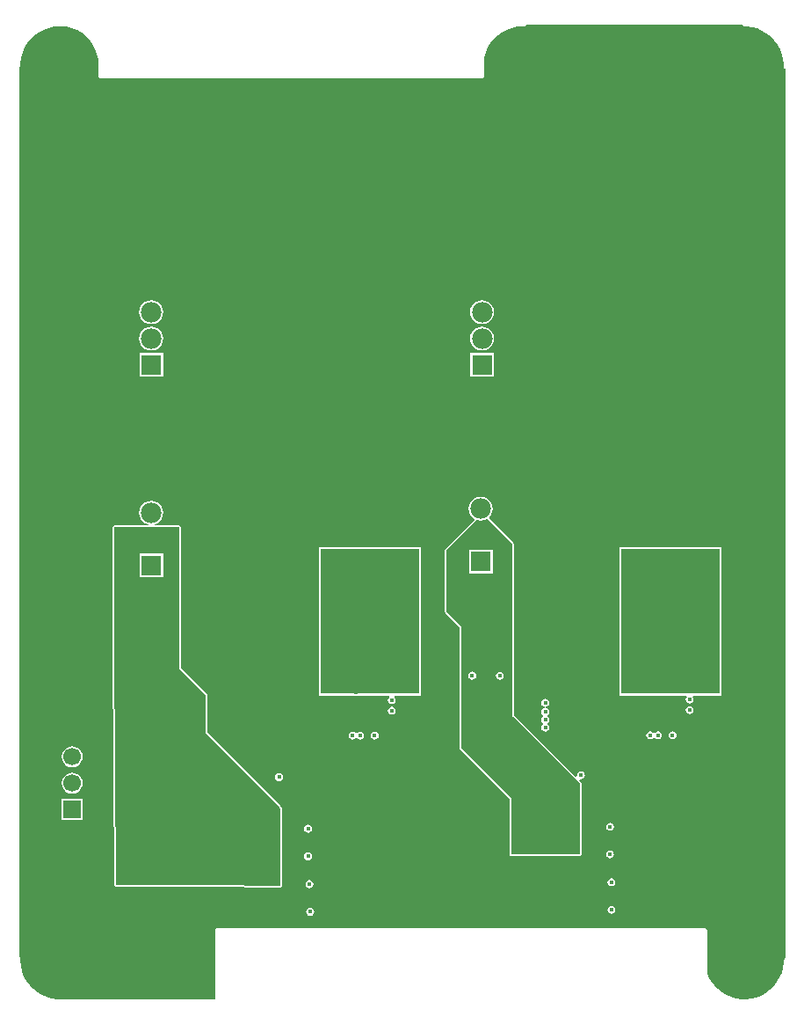
<source format=gbl>
G04*
G04 #@! TF.GenerationSoftware,Altium Limited,Altium Designer,20.0.12 (288)*
G04*
G04 Layer_Physical_Order=4*
G04 Layer_Color=16711680*
%FSLAX25Y25*%
%MOIN*%
G70*
G01*
G75*
%ADD53C,0.25591*%
%ADD54R,0.07795X0.07795*%
%ADD55C,0.07795*%
%ADD56R,0.06693X0.06693*%
%ADD57C,0.06693*%
%ADD58C,0.01772*%
%ADD59C,0.01968*%
%ADD60R,0.37500X0.55000*%
G36*
X274217Y369900D02*
X274308Y369680D01*
X274392Y369457D01*
X274402Y369452D01*
X274407Y369441D01*
X274627Y369350D01*
X274844Y369251D01*
X275859Y369217D01*
X277860Y368947D01*
X279796Y368414D01*
X281643Y367627D01*
X283368Y366600D01*
X284940Y365351D01*
X286331Y363903D01*
X287515Y362281D01*
X288472Y360516D01*
X289183Y358639D01*
X289637Y356683D01*
X289820Y354747D01*
Y353653D01*
X289914Y353425D01*
X290007Y353197D01*
X290009Y353196D01*
X290010Y353194D01*
X290238Y353099D01*
X290464Y353003D01*
X290487Y352541D01*
Y16090D01*
X290280Y16012D01*
X290275Y16001D01*
X290265Y15997D01*
X290173Y15777D01*
X290075Y15560D01*
X290041Y14545D01*
X289770Y12544D01*
X289238Y10608D01*
X288451Y8761D01*
X287423Y7036D01*
X286174Y5464D01*
X284726Y4073D01*
X283105Y2889D01*
X281339Y1932D01*
X279462Y1220D01*
X277506Y766D01*
X275571Y584D01*
X274476D01*
X274440Y569D01*
X273994Y584D01*
X271993Y855D01*
X270057Y1387D01*
X268210Y2175D01*
X266485Y3202D01*
X264913Y4451D01*
X263522Y5899D01*
X262338Y7520D01*
X261381Y9286D01*
X260816Y10777D01*
Y26855D01*
X260625Y27314D01*
X260166Y27505D01*
X74866Y27505D01*
X74407Y27314D01*
X74217Y26855D01*
Y402D01*
X15603D01*
X15543Y427D01*
X15326Y525D01*
X14311Y559D01*
X12310Y830D01*
X10374Y1362D01*
X8527Y2149D01*
X6802Y3177D01*
X5230Y4426D01*
X3839Y5874D01*
X2655Y7495D01*
X1698Y9261D01*
X987Y11138D01*
X533Y13094D01*
X350Y15029D01*
Y16124D01*
X255Y16353D01*
X163Y16580D01*
X161Y16581D01*
X160Y16583D01*
X-68Y16678D01*
X-113Y16697D01*
Y353698D01*
X-13Y353739D01*
X210Y353823D01*
X215Y353834D01*
X225Y353838D01*
X317Y354058D01*
X415Y354275D01*
X449Y355290D01*
X720Y357291D01*
X1252Y359227D01*
X2039Y361074D01*
X3067Y362799D01*
X4316Y364371D01*
X5764Y365762D01*
X7385Y366946D01*
X9150Y367903D01*
X11028Y368615D01*
X12984Y369069D01*
X14919Y369251D01*
X16014D01*
X16145Y369305D01*
X18057Y369047D01*
X19993Y368514D01*
X21840Y367727D01*
X23565Y366699D01*
X25137Y365450D01*
X26528Y364002D01*
X27712Y362381D01*
X28669Y360616D01*
X29381Y358738D01*
X29835Y356782D01*
X29917Y355910D01*
Y350174D01*
X30107Y349715D01*
X30566Y349525D01*
X175518D01*
X175977Y349715D01*
X176168Y350174D01*
Y355426D01*
X176420Y357291D01*
X176952Y359227D01*
X177739Y361074D01*
X178767Y362799D01*
X180016Y364371D01*
X181464Y365762D01*
X183085Y366946D01*
X184851Y367903D01*
X186728Y368615D01*
X188684Y369069D01*
X190619Y369251D01*
X191714D01*
X191942Y369345D01*
X192170Y369438D01*
X192171Y369440D01*
X192173Y369441D01*
X192267Y369669D01*
X192363Y369896D01*
X192825Y369934D01*
X273755Y369990D01*
X274217Y369900D01*
D02*
G37*
%LPC*%
G36*
X175487Y265438D02*
X174312Y265283D01*
X173218Y264830D01*
X172279Y264109D01*
X171558Y263170D01*
X171105Y262076D01*
X170950Y260902D01*
X171105Y259728D01*
X171558Y258633D01*
X172279Y257694D01*
X173218Y256973D01*
X174312Y256520D01*
X175487Y256365D01*
X176661Y256520D01*
X177755Y256973D01*
X178694Y257694D01*
X179415Y258633D01*
X179868Y259728D01*
X180023Y260902D01*
X179868Y262076D01*
X179415Y263170D01*
X178694Y264109D01*
X177755Y264830D01*
X176661Y265283D01*
X175487Y265438D01*
D02*
G37*
G36*
X49987D02*
X48812Y265283D01*
X47718Y264830D01*
X46779Y264109D01*
X46058Y263170D01*
X45605Y262076D01*
X45450Y260902D01*
X45605Y259728D01*
X46058Y258633D01*
X46779Y257694D01*
X47718Y256973D01*
X48812Y256520D01*
X49987Y256365D01*
X51161Y256520D01*
X52255Y256973D01*
X53194Y257694D01*
X53915Y258633D01*
X54369Y259728D01*
X54523Y260902D01*
X54369Y262076D01*
X53915Y263170D01*
X53194Y264109D01*
X52255Y264830D01*
X51161Y265283D01*
X49987Y265438D01*
D02*
G37*
G36*
X175487Y255438D02*
X174312Y255283D01*
X173218Y254830D01*
X172279Y254109D01*
X171558Y253170D01*
X171105Y252076D01*
X170950Y250902D01*
X171105Y249728D01*
X171558Y248633D01*
X172279Y247694D01*
X173218Y246973D01*
X174312Y246520D01*
X175487Y246365D01*
X176661Y246520D01*
X177755Y246973D01*
X178694Y247694D01*
X179415Y248633D01*
X179868Y249728D01*
X180023Y250902D01*
X179868Y252076D01*
X179415Y253170D01*
X178694Y254109D01*
X177755Y254830D01*
X176661Y255283D01*
X175487Y255438D01*
D02*
G37*
G36*
X49987D02*
X48812Y255283D01*
X47718Y254830D01*
X46779Y254109D01*
X46058Y253170D01*
X45605Y252076D01*
X45450Y250902D01*
X45605Y249728D01*
X46058Y248633D01*
X46779Y247694D01*
X47718Y246973D01*
X48812Y246520D01*
X49987Y246365D01*
X51161Y246520D01*
X52255Y246973D01*
X53194Y247694D01*
X53915Y248633D01*
X54369Y249728D01*
X54523Y250902D01*
X54369Y252076D01*
X53915Y253170D01*
X53194Y254109D01*
X52255Y254830D01*
X51161Y255283D01*
X49987Y255438D01*
D02*
G37*
G36*
X179984Y245399D02*
X170989D01*
Y236404D01*
X179984D01*
Y245399D01*
D02*
G37*
G36*
X54484D02*
X45489D01*
Y236404D01*
X54484D01*
Y245399D01*
D02*
G37*
G36*
X266187Y171769D02*
X227487D01*
Y115569D01*
X236158D01*
X236601Y115481D01*
X237044Y115569D01*
X241866D01*
X242309Y115481D01*
X242753Y115569D01*
X252902D01*
X253019Y115398D01*
X253123Y115069D01*
X252855Y114668D01*
X252740Y114088D01*
X252855Y113508D01*
X253183Y113017D01*
X253675Y112689D01*
X254255Y112573D01*
X254834Y112689D01*
X255326Y113017D01*
X255654Y113508D01*
X255769Y114088D01*
X255654Y114668D01*
X255386Y115069D01*
X255490Y115398D01*
X255607Y115569D01*
X266187D01*
Y171769D01*
D02*
G37*
G36*
X152309D02*
X113609D01*
Y115569D01*
X126870D01*
X126994Y115486D01*
X127574Y115371D01*
X128154Y115486D01*
X128278Y115569D01*
X140173D01*
X140324Y115069D01*
X140180Y114973D01*
X139851Y114481D01*
X139736Y113902D01*
X139851Y113322D01*
X140180Y112830D01*
X140671Y112502D01*
X141251Y112387D01*
X141831Y112502D01*
X142322Y112830D01*
X142651Y113322D01*
X142766Y113902D01*
X142651Y114481D01*
X142322Y114973D01*
X142178Y115069D01*
X142330Y115569D01*
X152309D01*
Y171769D01*
D02*
G37*
G36*
X254255Y111603D02*
X253675Y111488D01*
X253183Y111159D01*
X252855Y110668D01*
X252740Y110088D01*
X252855Y109508D01*
X253183Y109017D01*
X253675Y108688D01*
X254255Y108573D01*
X254834Y108688D01*
X255326Y109017D01*
X255654Y109508D01*
X255769Y110088D01*
X255654Y110668D01*
X255326Y111159D01*
X254834Y111488D01*
X254255Y111603D01*
D02*
G37*
G36*
X141251Y111416D02*
X140671Y111301D01*
X140180Y110973D01*
X139851Y110481D01*
X139736Y109902D01*
X139851Y109322D01*
X140180Y108830D01*
X140671Y108502D01*
X141251Y108387D01*
X141831Y108502D01*
X142322Y108830D01*
X142651Y109322D01*
X142766Y109902D01*
X142651Y110481D01*
X142322Y110973D01*
X141831Y111301D01*
X141251Y111416D01*
D02*
G37*
G36*
X199487Y114417D02*
X198907Y114301D01*
X198415Y113973D01*
X198087Y113481D01*
X197972Y112902D01*
X198087Y112322D01*
X198415Y111830D01*
X198907Y111502D01*
X199387Y111407D01*
Y110897D01*
X198907Y110801D01*
X198415Y110473D01*
X198087Y109981D01*
X197972Y109402D01*
X198087Y108822D01*
X198415Y108330D01*
X198607Y108202D01*
Y107601D01*
X198415Y107473D01*
X198087Y106981D01*
X197972Y106402D01*
X198087Y105822D01*
X198415Y105330D01*
X198607Y105202D01*
Y104601D01*
X198415Y104473D01*
X198087Y103981D01*
X197972Y103402D01*
X198087Y102822D01*
X198415Y102330D01*
X198907Y102002D01*
X199487Y101887D01*
X200066Y102002D01*
X200558Y102330D01*
X200886Y102822D01*
X201002Y103402D01*
X200886Y103981D01*
X200558Y104473D01*
X200366Y104601D01*
Y105202D01*
X200558Y105330D01*
X200886Y105822D01*
X201002Y106402D01*
X200886Y106981D01*
X200558Y107473D01*
X200366Y107601D01*
Y108202D01*
X200558Y108330D01*
X200886Y108822D01*
X201002Y109402D01*
X200886Y109981D01*
X200558Y110473D01*
X200066Y110801D01*
X199586Y110897D01*
Y111407D01*
X200066Y111502D01*
X200558Y111830D01*
X200886Y112322D01*
X201002Y112902D01*
X200886Y113481D01*
X200558Y113973D01*
X200066Y114301D01*
X199487Y114417D01*
D02*
G37*
G36*
X242254Y102103D02*
X241675Y101988D01*
X241183Y101659D01*
X241064Y101481D01*
X240463D01*
X240344Y101659D01*
X239852Y101988D01*
X239272Y102103D01*
X238693Y101988D01*
X238201Y101659D01*
X237873Y101168D01*
X237757Y100588D01*
X237873Y100008D01*
X238201Y99517D01*
X238693Y99189D01*
X239272Y99073D01*
X239852Y99189D01*
X240344Y99517D01*
X240463Y99695D01*
X241064D01*
X241183Y99517D01*
X241675Y99189D01*
X242254Y99073D01*
X242834Y99189D01*
X243326Y99517D01*
X243654Y100008D01*
X243769Y100588D01*
X243654Y101168D01*
X243326Y101659D01*
X242834Y101988D01*
X242254Y102103D01*
D02*
G37*
G36*
X129251Y101917D02*
X128671Y101801D01*
X128180Y101473D01*
X128130Y101398D01*
X127528D01*
X127478Y101473D01*
X126987Y101801D01*
X126407Y101917D01*
X125827Y101801D01*
X125336Y101473D01*
X125007Y100981D01*
X124892Y100402D01*
X125007Y99822D01*
X125336Y99330D01*
X125827Y99002D01*
X126407Y98887D01*
X126987Y99002D01*
X127478Y99330D01*
X127528Y99405D01*
X128130D01*
X128180Y99330D01*
X128671Y99002D01*
X129251Y98887D01*
X129831Y99002D01*
X130322Y99330D01*
X130651Y99822D01*
X130766Y100402D01*
X130651Y100981D01*
X130322Y101473D01*
X129831Y101801D01*
X129251Y101917D01*
D02*
G37*
G36*
X247755Y102103D02*
X247175Y101988D01*
X246683Y101659D01*
X246355Y101168D01*
X246240Y100588D01*
X246355Y100008D01*
X246683Y99517D01*
X247175Y99189D01*
X247755Y99073D01*
X248334Y99189D01*
X248826Y99517D01*
X249154Y100008D01*
X249269Y100588D01*
X249154Y101168D01*
X248826Y101659D01*
X248334Y101988D01*
X247755Y102103D01*
D02*
G37*
G36*
X134751Y101917D02*
X134171Y101801D01*
X133680Y101473D01*
X133352Y100981D01*
X133236Y100402D01*
X133352Y99822D01*
X133680Y99330D01*
X134171Y99002D01*
X134751Y98887D01*
X135331Y99002D01*
X135822Y99330D01*
X136151Y99822D01*
X136266Y100402D01*
X136151Y100981D01*
X135822Y101473D01*
X135331Y101801D01*
X134751Y101917D01*
D02*
G37*
G36*
X19987Y96382D02*
X18956Y96246D01*
X17996Y95849D01*
X17172Y95216D01*
X16539Y94392D01*
X16142Y93432D01*
X16006Y92402D01*
X16142Y91371D01*
X16539Y90411D01*
X17172Y89587D01*
X17996Y88954D01*
X18956Y88557D01*
X19987Y88421D01*
X21017Y88557D01*
X21977Y88954D01*
X22801Y89587D01*
X23434Y90411D01*
X23832Y91371D01*
X23967Y92402D01*
X23832Y93432D01*
X23434Y94392D01*
X22801Y95216D01*
X21977Y95849D01*
X21017Y96246D01*
X19987Y96382D01*
D02*
G37*
G36*
X174987Y190938D02*
X173812Y190783D01*
X172718Y190330D01*
X171779Y189609D01*
X171058Y188670D01*
X170605Y187576D01*
X170450Y186402D01*
X170605Y185228D01*
X171058Y184133D01*
X171779Y183194D01*
X172406Y182713D01*
X172463Y182063D01*
X161528Y171127D01*
X161337Y170668D01*
X161337Y147402D01*
X161527Y146942D01*
X166837Y141633D01*
Y95902D01*
X167027Y95442D01*
X185837Y76633D01*
Y55402D01*
X186027Y54942D01*
X186487Y54752D01*
X212487D01*
X212946Y54942D01*
X213136Y55402D01*
Y82402D01*
X212946Y82861D01*
X212399Y83407D01*
X212416Y83507D01*
X212984Y83900D01*
X213050Y83887D01*
X213629Y84002D01*
X214121Y84330D01*
X214449Y84822D01*
X214565Y85402D01*
X214449Y85981D01*
X214121Y86473D01*
X213629Y86801D01*
X213050Y86917D01*
X212470Y86801D01*
X211978Y86473D01*
X211650Y85981D01*
X211535Y85402D01*
X211548Y85336D01*
X211155Y84768D01*
X211055Y84751D01*
X187636Y108171D01*
X187636Y173142D01*
X187446Y173601D01*
X178173Y182873D01*
X178194Y183194D01*
X178915Y184133D01*
X179368Y185228D01*
X179523Y186402D01*
X179368Y187576D01*
X178915Y188670D01*
X178194Y189609D01*
X177255Y190330D01*
X176161Y190783D01*
X174987Y190938D01*
D02*
G37*
G36*
X98487Y86181D02*
X97907Y86066D01*
X97415Y85737D01*
X97087Y85246D01*
X96972Y84666D01*
X97087Y84086D01*
X97415Y83595D01*
X97907Y83266D01*
X98487Y83151D01*
X99066Y83266D01*
X99558Y83595D01*
X99886Y84086D01*
X100002Y84666D01*
X99886Y85246D01*
X99558Y85737D01*
X99066Y86066D01*
X98487Y86181D01*
D02*
G37*
G36*
X19987Y86382D02*
X18956Y86247D01*
X17996Y85849D01*
X17172Y85216D01*
X16539Y84392D01*
X16142Y83432D01*
X16006Y82402D01*
X16142Y81371D01*
X16539Y80411D01*
X17172Y79587D01*
X17996Y78954D01*
X18956Y78557D01*
X19987Y78421D01*
X21017Y78557D01*
X21977Y78954D01*
X22801Y79587D01*
X23434Y80411D01*
X23832Y81371D01*
X23967Y82402D01*
X23832Y83432D01*
X23434Y84392D01*
X22801Y85216D01*
X21977Y85849D01*
X21017Y86247D01*
X19987Y86382D01*
D02*
G37*
G36*
X23933Y76348D02*
X16040D01*
Y68455D01*
X23933D01*
Y76348D01*
D02*
G37*
G36*
X224050Y67417D02*
X223470Y67301D01*
X222978Y66973D01*
X222650Y66481D01*
X222535Y65902D01*
X222650Y65322D01*
X222978Y64830D01*
X223470Y64502D01*
X224050Y64387D01*
X224629Y64502D01*
X225121Y64830D01*
X225449Y65322D01*
X225565Y65902D01*
X225449Y66481D01*
X225121Y66973D01*
X224629Y67301D01*
X224050Y67417D01*
D02*
G37*
G36*
X109487Y66681D02*
X108907Y66566D01*
X108415Y66237D01*
X108087Y65746D01*
X107972Y65166D01*
X108087Y64586D01*
X108415Y64095D01*
X108907Y63766D01*
X109487Y63651D01*
X110066Y63766D01*
X110558Y64095D01*
X110886Y64586D01*
X111002Y65166D01*
X110886Y65746D01*
X110558Y66237D01*
X110066Y66566D01*
X109487Y66681D01*
D02*
G37*
G36*
X224050Y56916D02*
X223470Y56801D01*
X222978Y56473D01*
X222650Y55981D01*
X222535Y55402D01*
X222650Y54822D01*
X222978Y54330D01*
X223470Y54002D01*
X224050Y53887D01*
X224629Y54002D01*
X225121Y54330D01*
X225449Y54822D01*
X225565Y55402D01*
X225449Y55981D01*
X225121Y56473D01*
X224629Y56801D01*
X224050Y56916D01*
D02*
G37*
G36*
X109487Y56181D02*
X108907Y56066D01*
X108415Y55737D01*
X108087Y55246D01*
X107972Y54666D01*
X108087Y54086D01*
X108415Y53595D01*
X108907Y53266D01*
X109487Y53151D01*
X110066Y53266D01*
X110558Y53595D01*
X110886Y54086D01*
X111002Y54666D01*
X110886Y55246D01*
X110558Y55737D01*
X110066Y56066D01*
X109487Y56181D01*
D02*
G37*
G36*
X224550Y46417D02*
X223970Y46301D01*
X223478Y45973D01*
X223150Y45481D01*
X223035Y44902D01*
X223150Y44322D01*
X223478Y43830D01*
X223970Y43502D01*
X224550Y43387D01*
X225129Y43502D01*
X225621Y43830D01*
X225949Y44322D01*
X226065Y44902D01*
X225949Y45481D01*
X225621Y45973D01*
X225129Y46301D01*
X224550Y46417D01*
D02*
G37*
G36*
X49987Y189438D02*
X48812Y189283D01*
X47718Y188830D01*
X46779Y188109D01*
X46058Y187170D01*
X45605Y186076D01*
X45450Y184902D01*
X45605Y183728D01*
X46058Y182633D01*
X46779Y181694D01*
X47718Y180973D01*
X48812Y180520D01*
X48703Y180049D01*
X35987D01*
X35527Y179859D01*
X35337Y179400D01*
X35337Y132902D01*
X35338Y132900D01*
X35337Y132898D01*
X35837Y43898D01*
X35933Y43671D01*
X36027Y43442D01*
X36029Y43442D01*
X36030Y43440D01*
X36258Y43347D01*
X36487Y43252D01*
X71981D01*
X98618Y42759D01*
X98621Y42760D01*
X98624Y42759D01*
X98852Y42851D01*
X99080Y42941D01*
X99082Y42944D01*
X99085Y42945D01*
X99442Y43295D01*
X99443Y43298D01*
X99446Y43299D01*
X99540Y43526D01*
X99636Y43752D01*
X99635Y43755D01*
X99636Y43758D01*
Y72902D01*
X99446Y73361D01*
X71136Y101671D01*
Y115902D01*
X70946Y116361D01*
X61136Y126171D01*
Y179400D01*
X60946Y179859D01*
X60487Y180049D01*
X51270D01*
X51161Y180520D01*
X52255Y180973D01*
X53194Y181694D01*
X53915Y182633D01*
X54369Y183728D01*
X54523Y184902D01*
X54369Y186076D01*
X53915Y187170D01*
X53194Y188109D01*
X52255Y188830D01*
X51161Y189283D01*
X49987Y189438D01*
D02*
G37*
G36*
X109987Y45681D02*
X109407Y45566D01*
X108915Y45237D01*
X108587Y44746D01*
X108472Y44166D01*
X108587Y43586D01*
X108915Y43095D01*
X109407Y42766D01*
X109987Y42651D01*
X110566Y42766D01*
X111058Y43095D01*
X111386Y43586D01*
X111502Y44166D01*
X111386Y44746D01*
X111058Y45237D01*
X110566Y45566D01*
X109987Y45681D01*
D02*
G37*
G36*
X224550Y35917D02*
X223970Y35801D01*
X223478Y35473D01*
X223150Y34981D01*
X223035Y34402D01*
X223150Y33822D01*
X223478Y33330D01*
X223970Y33002D01*
X224550Y32887D01*
X225129Y33002D01*
X225621Y33330D01*
X225949Y33822D01*
X226065Y34402D01*
X225949Y34981D01*
X225621Y35473D01*
X225129Y35801D01*
X224550Y35917D01*
D02*
G37*
G36*
X110273Y35181D02*
X109693Y35066D01*
X109201Y34737D01*
X108873Y34246D01*
X108757Y33666D01*
X108873Y33086D01*
X109201Y32595D01*
X109693Y32266D01*
X110273Y32151D01*
X110852Y32266D01*
X111344Y32595D01*
X111672Y33086D01*
X111787Y33666D01*
X111672Y34246D01*
X111344Y34737D01*
X110852Y35066D01*
X110273Y35181D01*
D02*
G37*
%LPD*%
G36*
X186987Y173142D02*
X186987Y107902D01*
X212487Y82402D01*
Y55402D01*
X186487D01*
Y76902D01*
X167487Y95902D01*
Y141902D01*
X161987Y147402D01*
X161987Y170668D01*
X173477Y182159D01*
X173812Y182020D01*
X174987Y181865D01*
X176161Y182020D01*
X177255Y182473D01*
X177481Y182647D01*
X186987Y173142D01*
D02*
G37*
%LPC*%
G36*
X179484Y170899D02*
X170489D01*
Y161904D01*
X179484D01*
Y170899D01*
D02*
G37*
G36*
X171755Y124666D02*
X171175Y124551D01*
X170683Y124222D01*
X170355Y123731D01*
X170240Y123151D01*
X170355Y122571D01*
X170683Y122080D01*
X171175Y121751D01*
X171755Y121636D01*
X172334Y121751D01*
X172826Y122080D01*
X173154Y122571D01*
X173269Y123151D01*
X173154Y123731D01*
X172826Y124222D01*
X172334Y124551D01*
X171755Y124666D01*
D02*
G37*
G36*
X182255Y124603D02*
X181675Y124488D01*
X181183Y124159D01*
X180855Y123668D01*
X180740Y123088D01*
X180855Y122508D01*
X181183Y122017D01*
X181675Y121688D01*
X182255Y121573D01*
X182834Y121688D01*
X183326Y122017D01*
X183654Y122508D01*
X183769Y123088D01*
X183654Y123668D01*
X183326Y124159D01*
X182834Y124488D01*
X182255Y124603D01*
D02*
G37*
%LPD*%
G36*
X60487Y125902D02*
X70487Y115902D01*
Y101402D01*
X98987Y72902D01*
Y43758D01*
X98630Y43408D01*
X71987Y43902D01*
X36487D01*
X35987Y132902D01*
X35987Y179400D01*
X60487D01*
Y125902D01*
D02*
G37*
%LPC*%
G36*
X54484Y169399D02*
X45489D01*
Y160404D01*
X54484D01*
Y169399D01*
D02*
G37*
%LPD*%
D53*
X190487Y354402D02*
D03*
X15487D02*
D03*
X274987Y15902D02*
D03*
X15487D02*
D03*
D54*
X49987Y240902D02*
D03*
X175487D02*
D03*
X49987Y164902D02*
D03*
X174987Y166402D02*
D03*
D55*
X49987Y250902D02*
D03*
Y260902D02*
D03*
X175487Y250902D02*
D03*
Y260902D02*
D03*
X49987Y174902D02*
D03*
Y184902D02*
D03*
X174987Y176402D02*
D03*
Y186402D02*
D03*
D56*
X19987Y72402D02*
D03*
D57*
Y82402D02*
D03*
Y92402D02*
D03*
D58*
X224550Y34402D02*
D03*
X110273Y33666D02*
D03*
X242309Y121228D02*
D03*
X239357Y121031D02*
D03*
X236601Y121425D02*
D03*
X241030Y118965D02*
D03*
X237979Y119063D02*
D03*
X242309Y116996D02*
D03*
X239554Y117095D02*
D03*
X236601Y116996D02*
D03*
X129908Y117193D02*
D03*
X129613Y119653D02*
D03*
X129514Y122508D02*
D03*
X127574Y116886D02*
D03*
X127054Y119752D02*
D03*
X127152Y122606D02*
D03*
X124199Y122705D02*
D03*
X124101Y119850D02*
D03*
X124199Y117095D02*
D03*
X65487Y248776D02*
D03*
X42987Y282402D02*
D03*
X193235Y66902D02*
D03*
Y61902D02*
D03*
Y56902D02*
D03*
X206739D02*
D03*
Y61902D02*
D03*
Y66902D02*
D03*
X199487Y112902D02*
D03*
Y109402D02*
D03*
Y106402D02*
D03*
Y103402D02*
D03*
X171755Y123151D02*
D03*
X92239Y53402D02*
D03*
X78735D02*
D03*
Y58402D02*
D03*
X92239D02*
D03*
Y63402D02*
D03*
X78735D02*
D03*
X227754Y110588D02*
D03*
X251255Y112088D02*
D03*
X141251Y113902D02*
D03*
X114751Y110402D02*
D03*
X138251Y111902D02*
D03*
X109487Y65166D02*
D03*
X129251Y100402D02*
D03*
X126407D02*
D03*
X134751D02*
D03*
X68251Y122902D02*
D03*
X78751Y122965D02*
D03*
X89251D02*
D03*
X99751Y122902D02*
D03*
X110251D02*
D03*
X254255Y114088D02*
D03*
X239272Y100588D02*
D03*
X182255Y123088D02*
D03*
X192754Y123151D02*
D03*
X213755Y123088D02*
D03*
X224254D02*
D03*
X203255Y123151D02*
D03*
X242254Y100588D02*
D03*
X224550Y44902D02*
D03*
X243755Y103588D02*
D03*
X247755Y100588D02*
D03*
X224050Y65902D02*
D03*
Y55402D02*
D03*
X254255Y110088D02*
D03*
X213050Y85402D02*
D03*
X130751Y103402D02*
D03*
X98487Y84666D02*
D03*
X109487Y54666D02*
D03*
X109987Y44166D02*
D03*
X141251Y109902D02*
D03*
D59*
X190487Y363902D02*
D03*
X199987Y354402D02*
D03*
X181487D02*
D03*
X190487Y344902D02*
D03*
X183987Y347902D02*
D03*
X183487Y360902D02*
D03*
X196987Y361402D02*
D03*
Y347402D02*
D03*
X15487Y363902D02*
D03*
X24987Y354402D02*
D03*
X6487D02*
D03*
X15487Y344902D02*
D03*
X8987Y347902D02*
D03*
X8487Y360902D02*
D03*
X21987Y361402D02*
D03*
Y347402D02*
D03*
X274987Y25402D02*
D03*
X284487Y15902D02*
D03*
X265987D02*
D03*
X274987Y6402D02*
D03*
X268487Y9402D02*
D03*
X267987Y22402D02*
D03*
X281487Y22902D02*
D03*
Y8902D02*
D03*
X15487Y25402D02*
D03*
X24987Y15902D02*
D03*
X6487D02*
D03*
X15487Y6402D02*
D03*
X8987Y9402D02*
D03*
X8487Y22402D02*
D03*
X21987Y22902D02*
D03*
Y8902D02*
D03*
D60*
X132959Y143669D02*
D03*
X246837D02*
D03*
M02*

</source>
